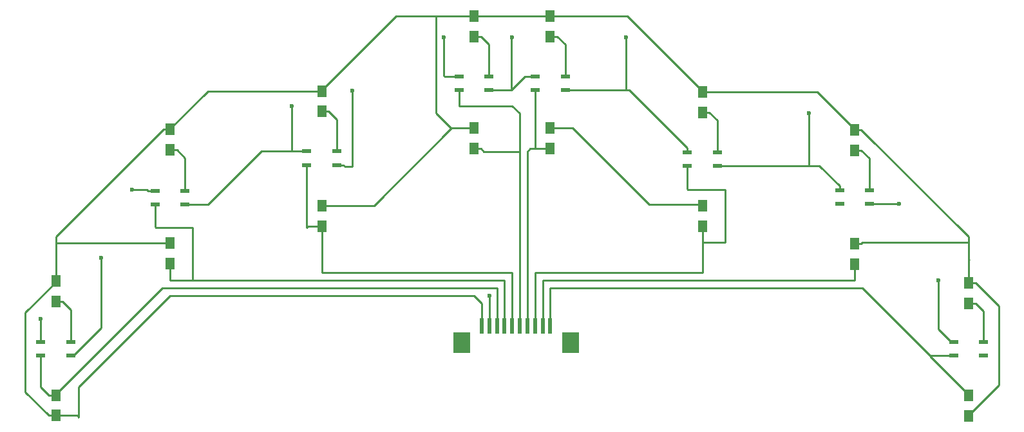
<source format=gbr>
G04 #@! TF.FileFunction,Copper,L1,Top,Signal*
%FSLAX46Y46*%
G04 Gerber Fmt 4.6, Leading zero omitted, Abs format (unit mm)*
G04 Created by KiCad (PCBNEW 4.0.0-stable) date 24.11.2016 23:31:49*
%MOMM*%
G01*
G04 APERTURE LIST*
%ADD10C,0.100000*%
%ADD11R,1.300000X1.500000*%
%ADD12R,1.300000X0.600000*%
%ADD13R,2.300000X2.800000*%
%ADD14R,0.600000X2.000000*%
%ADD15C,0.600000*%
%ADD16C,0.250000*%
G04 APERTURE END LIST*
D10*
D11*
X140000000Y-85950000D03*
X140000000Y-88650000D03*
X75000000Y-106095000D03*
X75000000Y-108795000D03*
X75000000Y-123795000D03*
X75000000Y-121095000D03*
X90035000Y-86095000D03*
X90035000Y-88795000D03*
X90035000Y-101095000D03*
X90035000Y-103795000D03*
X109965000Y-81045000D03*
X109965000Y-83745000D03*
X110000000Y-96150000D03*
X110000000Y-98850000D03*
X130000000Y-71150000D03*
X130000000Y-73850000D03*
X130000000Y-85950000D03*
X130000000Y-88650000D03*
X140000000Y-71150000D03*
X140000000Y-73850000D03*
X160000000Y-81150000D03*
X160000000Y-83850000D03*
X160000000Y-96150000D03*
X160000000Y-98850000D03*
X180000000Y-86150000D03*
X180000000Y-88850000D03*
X180000000Y-101150000D03*
X180000000Y-103850000D03*
X195000000Y-106300000D03*
X195000000Y-109000000D03*
X195000000Y-123850000D03*
X195000000Y-121150000D03*
D12*
X76965000Y-114095000D03*
X73035000Y-114095000D03*
X76965000Y-115895000D03*
X73035000Y-115895000D03*
X92000000Y-94190000D03*
X88070000Y-94190000D03*
X92000000Y-95990000D03*
X88070000Y-95990000D03*
X111930000Y-88990000D03*
X108000000Y-88990000D03*
X111930000Y-90790000D03*
X108000000Y-90790000D03*
X131965000Y-79095000D03*
X128035000Y-79095000D03*
X131965000Y-80895000D03*
X128035000Y-80895000D03*
X141965000Y-79095000D03*
X138035000Y-79095000D03*
X141965000Y-80895000D03*
X138035000Y-80895000D03*
X161965000Y-89095000D03*
X158035000Y-89095000D03*
X161965000Y-90895000D03*
X158035000Y-90895000D03*
X181965000Y-94095000D03*
X178035000Y-94095000D03*
X181965000Y-95895000D03*
X178035000Y-95895000D03*
X196965000Y-114095000D03*
X193035000Y-114095000D03*
X196965000Y-115895000D03*
X193035000Y-115895000D03*
D13*
X128350000Y-114200000D03*
D14*
X140000000Y-112000000D03*
X139000000Y-112000000D03*
X138000000Y-112000000D03*
X137000000Y-112000000D03*
X136000000Y-112000000D03*
X135000000Y-112000000D03*
X134000000Y-112000000D03*
X133000000Y-112000000D03*
X132000000Y-112000000D03*
X131000000Y-112000000D03*
D13*
X142650000Y-114200000D03*
D15*
X106000000Y-83000000D03*
X85000000Y-94000000D03*
X135000000Y-74000000D03*
X85000000Y-94000000D03*
X81000000Y-103000000D03*
X114000000Y-81000000D03*
X106000000Y-83000000D03*
X126000000Y-74000000D03*
X150000000Y-74000000D03*
X174000000Y-84000000D03*
X185895000Y-95895000D03*
X191000000Y-106000000D03*
X73035000Y-111035000D03*
X132000000Y-108000000D03*
D16*
X125000000Y-71150000D02*
X125000000Y-84000000D01*
X125000000Y-84000000D02*
X126950000Y-85950000D01*
X126950000Y-85950000D02*
X127050000Y-85950000D01*
X125000000Y-71150000D02*
X119760000Y-71150000D01*
X130000000Y-71150000D02*
X125000000Y-71150000D01*
X130000000Y-108000000D02*
X90000000Y-108000000D01*
X131000000Y-109000000D02*
X130000000Y-108000000D01*
X131000000Y-112000000D02*
X131000000Y-109000000D01*
X90000000Y-108000000D02*
X78000000Y-120000000D01*
X78000000Y-120000000D02*
X78000000Y-124000000D01*
X78000000Y-124000000D02*
X77795000Y-123795000D01*
X77795000Y-123795000D02*
X75000000Y-123795000D01*
X153000000Y-96000000D02*
X155000000Y-96000000D01*
X142950000Y-85950000D02*
X153000000Y-96000000D01*
X140000000Y-85950000D02*
X142950000Y-85950000D01*
X159950000Y-96000000D02*
X155000000Y-96000000D01*
X160000000Y-96150000D02*
X160000000Y-96050000D01*
X160000000Y-96050000D02*
X159950000Y-96000000D01*
X130000000Y-85950000D02*
X127050000Y-85950000D01*
X127050000Y-85950000D02*
X116850000Y-96150000D01*
X116850000Y-96150000D02*
X110000000Y-96150000D01*
X199000000Y-109400000D02*
X199000000Y-119750000D01*
X199000000Y-119750000D02*
X195000000Y-123750000D01*
X195000000Y-123750000D02*
X195000000Y-123850000D01*
X195000000Y-106300000D02*
X195900000Y-106300000D01*
X195900000Y-106300000D02*
X199000000Y-109400000D01*
X71000000Y-120695000D02*
X71000000Y-110195000D01*
X71000000Y-110195000D02*
X75000000Y-106195000D01*
X75000000Y-106195000D02*
X75000000Y-106095000D01*
X75000000Y-123795000D02*
X74100000Y-123795000D01*
X74100000Y-123795000D02*
X71000000Y-120695000D01*
X75000000Y-100230000D02*
X75000000Y-101000000D01*
X75000000Y-101000000D02*
X75000000Y-105095000D01*
X90035000Y-101095000D02*
X75095000Y-101095000D01*
X75095000Y-101095000D02*
X75000000Y-101000000D01*
X75000000Y-123695000D02*
X75000000Y-123795000D01*
X195000000Y-103250000D02*
X195000000Y-101000000D01*
X195000000Y-101000000D02*
X195000000Y-100250000D01*
X180000000Y-101150000D02*
X180900000Y-101150000D01*
X180900000Y-101150000D02*
X181050000Y-101000000D01*
X181050000Y-101000000D02*
X195000000Y-101000000D01*
X195000000Y-106300000D02*
X195000000Y-103250000D01*
X195000000Y-100250000D02*
X180900000Y-86150000D01*
X195000000Y-103250000D02*
X195050000Y-103250000D01*
X90035000Y-101095000D02*
X89135000Y-101095000D01*
X90035000Y-86095000D02*
X89135000Y-86095000D01*
X89135000Y-86095000D02*
X75000000Y-100230000D01*
X75000000Y-105095000D02*
X75000000Y-106095000D01*
X109965000Y-81045000D02*
X94985000Y-81045000D01*
X94985000Y-81045000D02*
X90035000Y-85995000D01*
X90035000Y-85995000D02*
X90035000Y-86095000D01*
X180900000Y-86150000D02*
X180000000Y-86150000D01*
X160000000Y-81150000D02*
X175100000Y-81150000D01*
X175100000Y-81150000D02*
X180000000Y-86050000D01*
X180000000Y-86050000D02*
X180000000Y-86150000D01*
X119760000Y-71150000D02*
X109965000Y-80945000D01*
X109965000Y-80945000D02*
X109965000Y-81045000D01*
X140000000Y-71150000D02*
X150100000Y-71150000D01*
X150100000Y-71150000D02*
X160000000Y-81050000D01*
X160000000Y-81050000D02*
X160000000Y-81150000D01*
X130000000Y-71150000D02*
X130900000Y-71150000D01*
X130900000Y-71150000D02*
X140000000Y-71150000D01*
X75000000Y-108795000D02*
X75900000Y-108795000D01*
X75900000Y-108795000D02*
X76965000Y-109860000D01*
X76965000Y-109860000D02*
X76965000Y-113545000D01*
X76965000Y-113545000D02*
X76965000Y-114095000D01*
X73035000Y-115895000D02*
X73035000Y-120030000D01*
X73035000Y-120030000D02*
X74100000Y-121095000D01*
X74100000Y-121095000D02*
X75000000Y-121095000D01*
X75000000Y-121095000D02*
X75000000Y-120995000D01*
X75000000Y-120995000D02*
X88995000Y-107000000D01*
X88995000Y-107000000D02*
X133000000Y-107000000D01*
X133000000Y-107000000D02*
X133000000Y-112000000D01*
X90035000Y-88795000D02*
X90935000Y-88795000D01*
X92000000Y-93640000D02*
X92000000Y-94190000D01*
X90935000Y-88795000D02*
X92000000Y-89860000D01*
X92000000Y-89860000D02*
X92000000Y-93640000D01*
X134000000Y-106000000D02*
X93000000Y-106000000D01*
X93000000Y-106000000D02*
X90000000Y-106000000D01*
X88070000Y-95990000D02*
X88070000Y-98930000D01*
X88070000Y-98930000D02*
X88140000Y-99000000D01*
X88140000Y-99000000D02*
X93000000Y-99000000D01*
X93000000Y-99000000D02*
X93000000Y-106000000D01*
X90000000Y-106000000D02*
X90035000Y-105965000D01*
X90035000Y-105965000D02*
X90035000Y-103795000D01*
X134000000Y-112000000D02*
X134000000Y-106000000D01*
X109965000Y-83745000D02*
X110865000Y-83745000D01*
X110865000Y-83745000D02*
X111930000Y-84810000D01*
X111930000Y-84810000D02*
X111930000Y-88440000D01*
X111930000Y-88440000D02*
X111930000Y-88990000D01*
X108000000Y-99000000D02*
X108150000Y-98850000D01*
X108150000Y-98850000D02*
X110000000Y-98850000D01*
X108000000Y-90790000D02*
X108000000Y-99000000D01*
X110000000Y-105000000D02*
X135000000Y-105000000D01*
X110000000Y-98850000D02*
X110000000Y-105000000D01*
X135000000Y-110750000D02*
X135000000Y-105000000D01*
X135000000Y-112000000D02*
X135000000Y-110750000D01*
X131965000Y-79095000D02*
X131965000Y-74915000D01*
X131965000Y-74915000D02*
X130900000Y-73850000D01*
X130900000Y-73850000D02*
X130000000Y-73850000D01*
X135000000Y-83000000D02*
X136000000Y-84000000D01*
X136000000Y-84000000D02*
X136000000Y-89000000D01*
X128070000Y-83000000D02*
X135000000Y-83000000D01*
X128035000Y-82965000D02*
X128070000Y-83000000D01*
X128035000Y-80895000D02*
X128035000Y-82965000D01*
X136000000Y-89000000D02*
X136000000Y-112000000D01*
X131250000Y-89000000D02*
X136000000Y-89000000D01*
X130000000Y-88650000D02*
X130900000Y-88650000D01*
X130900000Y-88650000D02*
X131250000Y-89000000D01*
X141965000Y-79095000D02*
X141965000Y-74915000D01*
X141965000Y-74915000D02*
X140900000Y-73850000D01*
X140900000Y-73850000D02*
X140000000Y-73850000D01*
X137350000Y-88650000D02*
X138000000Y-88650000D01*
X138000000Y-88650000D02*
X140000000Y-88650000D01*
X138035000Y-80895000D02*
X138035000Y-88615000D01*
X138035000Y-88615000D02*
X138000000Y-88650000D01*
X137000000Y-112000000D02*
X137000000Y-89000000D01*
X137000000Y-89000000D02*
X137350000Y-88650000D01*
X161965000Y-89095000D02*
X161965000Y-84915000D01*
X161965000Y-84915000D02*
X160900000Y-83850000D01*
X160900000Y-83850000D02*
X160000000Y-83850000D01*
X163000000Y-101000000D02*
X160000000Y-101000000D01*
X163000000Y-94000000D02*
X163000000Y-101000000D01*
X159835002Y-94000000D02*
X163000000Y-94000000D01*
X158070000Y-94000000D02*
X159835002Y-94000000D01*
X158035000Y-93965000D02*
X158070000Y-94000000D01*
X158035000Y-90895000D02*
X158035000Y-93965000D01*
X138000000Y-112000000D02*
X138000000Y-105000000D01*
X138000000Y-105000000D02*
X160000000Y-105000000D01*
X160000000Y-105000000D02*
X160000000Y-98850000D01*
X181965000Y-94095000D02*
X181965000Y-89915000D01*
X180900000Y-88850000D02*
X180000000Y-88850000D01*
X181965000Y-89915000D02*
X180900000Y-88850000D01*
X139000000Y-106000000D02*
X178000000Y-106000000D01*
X178000000Y-106000000D02*
X180000000Y-106000000D01*
X180000000Y-106000000D02*
X180000000Y-103850000D01*
X139000000Y-112000000D02*
X139000000Y-106000000D01*
X195900000Y-109000000D02*
X196965000Y-110065000D01*
X196965000Y-110065000D02*
X196965000Y-113545000D01*
X195000000Y-109000000D02*
X195900000Y-109000000D01*
X196965000Y-113545000D02*
X196965000Y-114095000D01*
X189895000Y-115895000D02*
X189895000Y-115945000D01*
X189895000Y-115945000D02*
X195000000Y-121050000D01*
X195000000Y-121050000D02*
X195000000Y-121150000D01*
X140000000Y-112000000D02*
X140000000Y-107000000D01*
X140000000Y-107000000D02*
X181000000Y-107000000D01*
X189895000Y-115895000D02*
X193035000Y-115895000D01*
X181000000Y-107000000D02*
X189895000Y-115895000D01*
X102010000Y-88990000D02*
X95010000Y-95990000D01*
X95010000Y-95990000D02*
X92000000Y-95990000D01*
X105990000Y-88990000D02*
X102010000Y-88990000D01*
X134895000Y-80895000D02*
X134895000Y-74105000D01*
X134895000Y-80895000D02*
X136695000Y-79095000D01*
X136695000Y-79095000D02*
X138035000Y-79095000D01*
X131965000Y-80895000D02*
X134895000Y-80895000D01*
X86980000Y-94000000D02*
X85000000Y-94000000D01*
X88070000Y-94190000D02*
X87170000Y-94190000D01*
X87170000Y-94190000D02*
X86980000Y-94000000D01*
X81000000Y-111000000D02*
X81000000Y-103000000D01*
X114000000Y-91000000D02*
X114000000Y-81000000D01*
X113040000Y-91000000D02*
X114000000Y-91000000D01*
X111930000Y-90790000D02*
X112830000Y-90790000D01*
X112830000Y-90790000D02*
X113040000Y-91000000D01*
X105990000Y-83010000D02*
X106000000Y-83000000D01*
X105990000Y-88990000D02*
X105990000Y-83010000D01*
X126000000Y-75000000D02*
X126000000Y-74000000D01*
X126000000Y-79000000D02*
X126000000Y-75000000D01*
X126095000Y-79095000D02*
X126000000Y-79000000D01*
X128035000Y-79095000D02*
X126095000Y-79095000D01*
X150000000Y-80895000D02*
X141965000Y-80895000D01*
X150385000Y-80895000D02*
X150000000Y-80895000D01*
X150000000Y-80895000D02*
X150000000Y-74000000D01*
X174000000Y-90895000D02*
X162865000Y-90895000D01*
X175385000Y-90895000D02*
X174000000Y-90895000D01*
X174000000Y-90895000D02*
X174000000Y-84000000D01*
X181965000Y-95895000D02*
X185895000Y-95895000D01*
X181965000Y-95895000D02*
X182315000Y-95895000D01*
X191000000Y-112410000D02*
X191000000Y-106000000D01*
X192685000Y-114095000D02*
X191000000Y-112410000D01*
X81000000Y-112210000D02*
X81000000Y-111000000D01*
X193035000Y-114095000D02*
X192685000Y-114095000D01*
X73035000Y-114095000D02*
X73035000Y-111035000D01*
X76965000Y-115895000D02*
X77315000Y-115895000D01*
X77315000Y-115895000D02*
X81000000Y-112210000D01*
X105990000Y-88990000D02*
X108000000Y-88990000D01*
X108000000Y-88990000D02*
X107650000Y-88990000D01*
X107650000Y-88990000D02*
X107640000Y-89000000D01*
X132000000Y-112000000D02*
X132000000Y-108000000D01*
X196965000Y-115895000D02*
X197315000Y-115895000D01*
X178035000Y-94095000D02*
X178035000Y-93545000D01*
X178035000Y-93545000D02*
X175385000Y-90895000D01*
X162865000Y-90895000D02*
X161965000Y-90895000D01*
X158035000Y-89095000D02*
X158035000Y-88545000D01*
X158035000Y-88545000D02*
X150385000Y-80895000D01*
X132315000Y-80895000D02*
X131965000Y-80895000D01*
X112280000Y-90790000D02*
X111930000Y-90790000D01*
X92350000Y-95990000D02*
X92000000Y-95990000D01*
M02*

</source>
